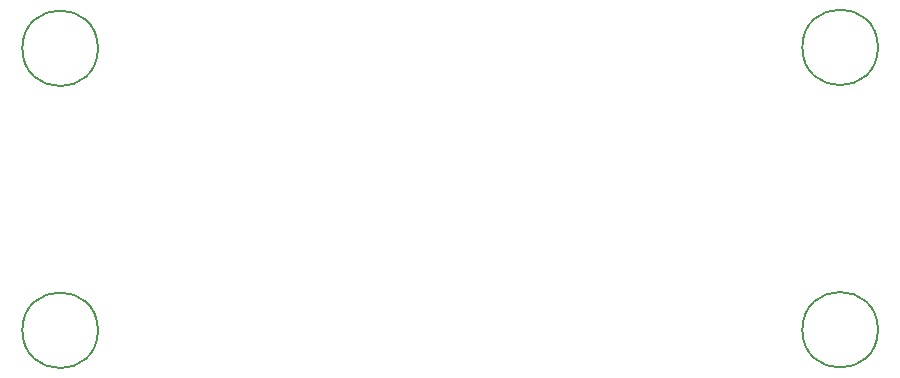
<source format=gbr>
%TF.GenerationSoftware,KiCad,Pcbnew,7.0.9*%
%TF.CreationDate,2024-01-20T18:52:18+00:00*%
%TF.ProjectId,DRV8234 DC Motor Driver Expander,44525638-3233-4342-9044-43204d6f746f,rev?*%
%TF.SameCoordinates,Original*%
%TF.FileFunction,Other,Comment*%
%FSLAX46Y46*%
G04 Gerber Fmt 4.6, Leading zero omitted, Abs format (unit mm)*
G04 Created by KiCad (PCBNEW 7.0.9) date 2024-01-20 18:52:18*
%MOMM*%
%LPD*%
G01*
G04 APERTURE LIST*
%ADD10C,0.150000*%
G04 APERTURE END LIST*
D10*
%TO.C,H2*%
X163728000Y-80183056D02*
G75*
G03*
X163728000Y-80183056I-3200000J0D01*
G01*
%TO.C,H3*%
X97688000Y-104140000D02*
G75*
G03*
X97688000Y-104140000I-3200000J0D01*
G01*
%TO.C,H1*%
X97688000Y-80264000D02*
G75*
G03*
X97688000Y-80264000I-3200000J0D01*
G01*
%TO.C,H4*%
X163728000Y-104093944D02*
G75*
G03*
X163728000Y-104093944I-3200000J0D01*
G01*
%TD*%
M02*

</source>
